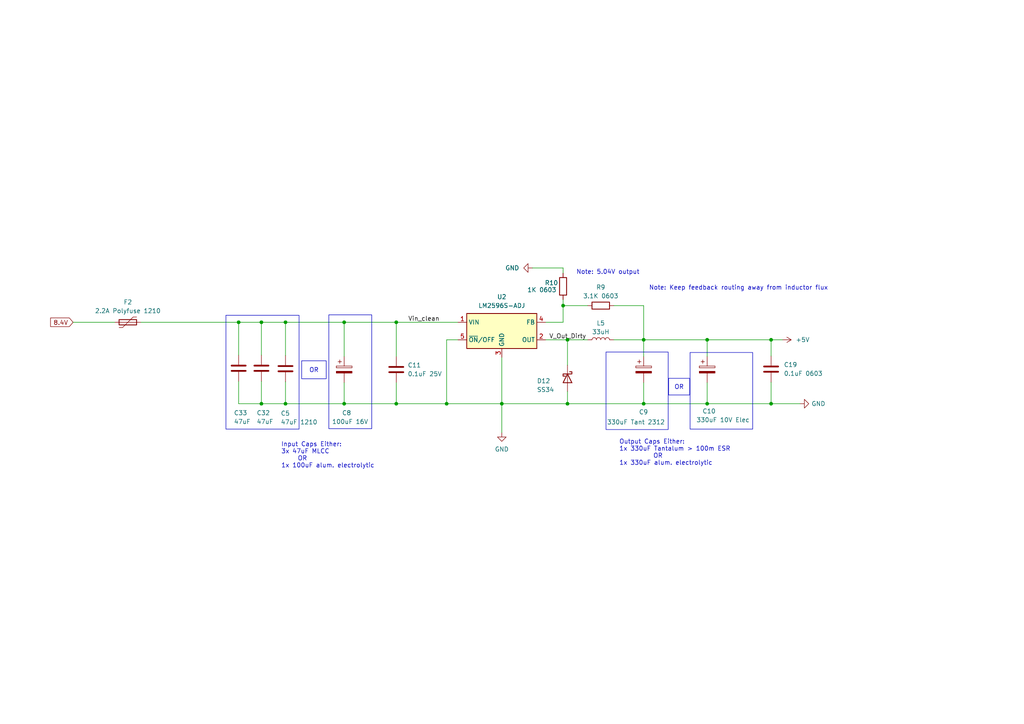
<source format=kicad_sch>
(kicad_sch (version 20230121) (generator eeschema)
  (paper "A4")
  (title_block (title "OpenActionCam") (date "2025-04-10") (rev "0.2") (company "KBader94") (comment 1 "https://github.com/kbader94/OpenActionCam"))
  (lib_symbols
    (symbol "Device:C" (pin_numbers hide) (pin_names (offset 0.254))
      (property "Reference" "C" (at 0.635 2.54 0))
      (property "Value" "C" (at 0.635 -2.54 0))
      (symbol "C_0_1"
        (polyline (pts (xy -2.032 -0.762) (xy 2.032 -0.762)) (stroke (width 0.508)))
        (polyline (pts (xy -2.032 0.762) (xy 2.032 0.762)) (stroke (width 0.508)))
      )
      (symbol "C_1_1"
        (pin passive line (at 0 3.81 270) (length 2.794) (name "~") (number "1"))
        (pin passive line (at 0 -3.81 90) (length 2.794) (name "~") (number "2"))
      )
    )
    (symbol "Device:C_Polarized" (pin_numbers hide) (pin_names (offset 0.254))
      (property "Reference" "C" (at 0.635 2.54 0))
      (property "Value" "C_Polarized" (at 0.635 -2.54 0))
      (symbol "C_Polarized_0_1"
        (rectangle (start -2.286 0.508) (end 2.286 1.016))
        (polyline (pts (xy -1.778 2.286) (xy -0.762 2.286)))
        (polyline (pts (xy -1.27 2.794) (xy -1.27 1.778)))
        (rectangle (start 2.286 -0.508) (end -2.286 -1.016) (fill (type outline)))
      )
      (symbol "C_Polarized_1_1"
        (pin passive line (at 0 3.81 270) (length 2.794) (name "~") (number "1"))
        (pin passive line (at 0 -3.81 90) (length 2.794) (name "~") (number "2"))
      )
    )
    (symbol "Device:D_Schottky" (pin_numbers hide) (pin_names (offset 1.016) hide)
      (property "Reference" "D" (at 0 2.54 0))
      (property "Value" "D_Schottky" (at 0 -2.54 0))
      (symbol "D_Schottky_0_1"
        (polyline (pts (xy 1.27 0) (xy -1.27 0)))
        (polyline (pts (xy 1.27 1.27) (xy 1.27 -1.27) (xy -1.27 0) (xy 1.27 1.27)) (stroke (width 0.254)))
        (polyline (pts (xy -1.905 0.635) (xy -1.905 1.27) (xy -1.27 1.27) (xy -1.27 -1.27) (xy -0.635 -1.27) (xy -0.635 -0.635)) (stroke (width 0.254)))
      )
      (symbol "D_Schottky_1_1"
        (pin passive line (at -3.81 0 0) (length 2.54) (name "K") (number "1"))
        (pin passive line (at 3.81 0 180) (length 2.54) (name "A") (number "2"))
      )
    )
    (symbol "Device:L" (pin_numbers hide) (pin_names (offset 1.016) hide)
      (property "Reference" "L" (at -1.27 0 90))
      (property "Value" "L" (at 1.905 0 90))
      (symbol "L_0_1"
        (arc (start 0 -2.54) (mid 0.6323 -1.905) (end 0 -1.27))
        (arc (start 0 -1.27) (mid 0.6323 -0.635) (end 0 0))
        (arc (start 0 0) (mid 0.6323 0.635) (end 0 1.27))
        (arc (start 0 1.27) (mid 0.6323 1.905) (end 0 2.54))
      )
      (symbol "L_1_1"
        (pin passive line (at 0 3.81 270) (length 1.27) (name "1") (number "1"))
        (pin passive line (at 0 -3.81 90) (length 1.27) (name "2") (number "2"))
      )
    )
    (symbol "Device:Polyfuse" (pin_numbers hide) (pin_names (offset 0))
      (property "Reference" "F" (at -2.54 0 90))
      (property "Value" "Polyfuse" (at 2.54 0 90))
      (symbol "Polyfuse_0_1"
        (rectangle (start -0.762 2.54) (end 0.762 -2.54) (stroke (width 0.254)))
        (polyline (pts (xy 0 2.54) (xy 0 -2.54)))
        (polyline (pts (xy -1.524 2.54) (xy -1.524 1.524) (xy 1.524 -1.524) (xy 1.524 -2.54)))
      )
      (symbol "Polyfuse_1_1"
        (pin passive line (at 0 3.81 270) (length 1.27) (name "~") (number "1"))
        (pin passive line (at 0 -3.81 90) (length 1.27) (name "~") (number "2"))
      )
    )
    (symbol "Device:R" (pin_numbers hide) (pin_names (offset 0))
      (property "Reference" "R" (at 2.032 0 90))
      (property "Value" "R" (at 0 0 90))
      (symbol "R_0_1"
        (rectangle (start -1.016 -2.54) (end 1.016 2.54) (stroke (width 0.254)))
      )
      (symbol "R_1_1"
        (pin passive line (at 0 3.81 270) (length 1.27) (name "~") (number "1"))
        (pin passive line (at 0 -3.81 90) (length 1.27) (name "~") (number "2"))
      )
    )
    (symbol "Regulator_Switching:LM2596S-ADJ"
      (property "Reference" "U" (at -10.16 6.35 0))
      (property "Value" "LM2596S-ADJ" (at 0 6.35 0))
      (symbol "LM2596S-ADJ_0_1"
        (rectangle (start -10.16 5.08) (end 10.16 -5.08) (stroke (width 0.254)) (fill (type background)))
      )
      (symbol "LM2596S-ADJ_1_1"
        (pin power_in line (at -12.7 2.54 0) (length 2.54) (name "VIN") (number "1"))
        (pin output line (at 12.7 -2.54 180) (length 2.54) (name "OUT") (number "2"))
        (pin power_in line (at 0 -7.62 90) (length 2.54) (name "GND") (number "3"))
        (pin input line (at 12.7 2.54 180) (length 2.54) (name "FB") (number "4"))
        (pin input line (at -12.7 -2.54 0) (length 2.54) (name "~{ON}/OFF") (number "5"))
      )
    )
    (symbol "power:+5V" (power) (pin_names (offset 0))
      (property "Value" "+5V" (at 0 3.556 0))
      (symbol "+5V_0_1"
        (polyline (pts (xy -0.762 1.27) (xy 0 2.54)))
        (polyline (pts (xy 0 0) (xy 0 2.54)))
        (polyline (pts (xy 0 2.54) (xy 0.762 1.27)))
      )
      (symbol "+5V_1_1"
        (pin power_in line (at 0 0 90) (length 0) hide (name "+5V") (number "1"))
      )
    )
    (symbol "power:GND" (power) (pin_names (offset 0))
      (property "Value" "GND" (at 0 -3.81 0))
      (symbol "GND_0_1"
        (polyline (pts (xy 0 0) (xy 0 -1.27) (xy 1.27 -1.27) (xy 0 -2.54) (xy -1.27 -1.27) (xy 0 -1.27)))
      )
      (symbol "GND_1_1"
        (pin power_in line (at 0 0 270) (length 0) hide (name "GND") (number "1"))
      )
    )
  )
  (junction (at 205.105 117.094))
  (junction (at 129.54 117.094))
  (junction (at 205.105 98.552))
  (junction (at 75.819 93.472))
  (junction (at 164.592 117.094))
  (junction (at 186.69 117.094))
  (junction (at 69.215 93.472))
  (junction (at 75.819 117.094))
  (junction (at 163.322 88.646))
  (junction (at 114.935 117.094))
  (junction (at 223.647 117.094))
  (junction (at 223.647 98.552))
  (junction (at 82.804 93.472))
  (junction (at 114.935 93.472))
  (junction (at 99.822 93.472))
  (junction (at 186.69 98.552))
  (junction (at 82.804 117.094))
  (junction (at 164.592 98.552))
  (junction (at 99.822 117.094))
  (junction (at 145.542 117.094))
  (wire (pts (xy 154.432 77.724) (xy 163.322 77.724)))
  (wire (pts (xy 158.242 98.552) (xy 164.592 98.552)))
  (wire (pts (xy 223.647 98.552) (xy 223.647 103.251)))
  (wire (pts (xy 164.592 113.538) (xy 164.592 117.094)))
  (wire (pts (xy 69.215 110.617) (xy 69.215 117.094)))
  (wire (pts (xy 186.69 110.998) (xy 186.69 117.094)))
  (wire (pts (xy 186.69 117.094) (xy 205.105 117.094)))
  (wire (pts (xy 163.322 77.724) (xy 163.322 79.248)))
  (wire (pts (xy 205.105 103.378) (xy 205.105 98.552)))
  (wire (pts (xy 163.322 88.646) (xy 163.322 86.868)))
  (wire (pts (xy 223.647 98.425) (xy 223.647 98.552)))
  (wire (pts (xy 82.804 117.094) (xy 99.822 117.094)))
  (wire (pts (xy 114.935 110.998) (xy 114.935 117.094)))
  (wire (pts (xy 99.822 103.378) (xy 99.822 93.472)))
  (wire (pts (xy 69.215 93.472) (xy 75.819 93.472)))
  (wire (pts (xy 205.105 110.998) (xy 205.105 117.094)))
  (wire (pts (xy 145.542 103.632) (xy 145.542 117.094)))
  (wire (pts (xy 99.822 93.472) (xy 114.935 93.472)))
  (wire (pts (xy 205.105 117.094) (xy 223.647 117.094)))
  (wire (pts (xy 82.804 103.124) (xy 82.804 93.472)))
  (wire (pts (xy 114.935 93.472) (xy 132.842 93.472)))
  (wire (pts (xy 132.842 98.552) (xy 129.54 98.552)))
  (wire (pts (xy 223.647 117.094) (xy 223.647 110.871)))
  (wire (pts (xy 163.322 93.472) (xy 158.242 93.472)))
  (wire (pts (xy 129.54 98.552) (xy 129.54 117.094)))
  (wire (pts (xy 164.592 98.552) (xy 164.592 105.918)))
  (wire (pts (xy 114.935 117.094) (xy 129.54 117.094)))
  (wire (pts (xy 75.819 110.617) (xy 75.819 117.094)))
  (wire (pts (xy 75.819 93.472) (xy 75.819 102.997)))
  (wire (pts (xy 164.592 117.094) (xy 145.542 117.094)))
  (wire (pts (xy 21.209 93.472) (xy 33.274 93.472)))
  (wire (pts (xy 69.215 93.472) (xy 69.215 102.997)))
  (wire (pts (xy 205.105 98.552) (xy 223.647 98.552)))
  (wire (pts (xy 186.69 103.378) (xy 186.69 98.552)))
  (wire (pts (xy 114.935 103.378) (xy 114.935 93.472)))
  (wire (pts (xy 223.647 98.552) (xy 226.949 98.552)))
  (wire (pts (xy 163.322 88.646) (xy 163.322 93.472)))
  (wire (pts (xy 186.69 98.552) (xy 186.69 88.646)))
  (wire (pts (xy 186.69 98.552) (xy 205.105 98.552)))
  (wire (pts (xy 186.69 98.552) (xy 178.054 98.552)))
  (wire (pts (xy 75.819 117.094) (xy 82.804 117.094)))
  (wire (pts (xy 170.434 98.552) (xy 164.592 98.552)))
  (wire (pts (xy 223.647 117.094) (xy 232.029 117.094)))
  (wire (pts (xy 40.894 93.472) (xy 69.215 93.472)))
  (wire (pts (xy 82.804 110.744) (xy 82.804 117.094)))
  (wire (pts (xy 129.54 117.094) (xy 145.542 117.094)))
  (wire (pts (xy 170.434 88.646) (xy 163.322 88.646)))
  (wire (pts (xy 75.819 93.472) (xy 82.804 93.472)))
  (wire (pts (xy 145.542 117.094) (xy 145.542 125.476)))
  (wire (pts (xy 69.215 117.094) (xy 75.819 117.094)))
  (wire (pts (xy 178.054 88.646) (xy 186.69 88.646)))
  (wire (pts (xy 82.804 93.472) (xy 99.822 93.472)))
  (wire (pts (xy 186.69 117.094) (xy 164.592 117.094)))
  (wire (pts (xy 99.822 110.998) (xy 99.822 117.094)))
  (wire (pts (xy 99.822 117.094) (xy 114.935 117.094)))
  (rectangle (start 65.532 91.44) (end 86.741 124.46))
  (rectangle (start 175.768 102.108) (end 193.802 124.587))
  (rectangle (start 200.152 102.235) (end 218.313 124.46))
  (rectangle (start 95.377 91.313) (end 107.823 124.333))
  (text_box "OR" (at 193.929 109.728 0) (size 6.096 4.826) (effects (font (size 1.27 1.27))))
  (text_box "OR" (at 87.503 104.648 0) (size 7.112 5.207) (effects (font (size 1.27 1.27))))
  (text "Note: 5.04V output\n" (at 167.132 79.756 0) (effects (font (size 1.27 1.27)) (justify left bottom)))
  (text "Input Caps Either:\n3x 47uF MLCC\n	OR\n1x 100uF alum. electrolytic" (at 81.534 135.89 0) (effects (font (size 1.27 1.27)) (justify left bottom)))
  (text "Output Caps Either:\n1x 330uF Tantalum > 100m ESR\n		OR\n1x 330uF alum. electrolytic\n" (at 179.578 135.128 0) (effects (font (size 1.27 1.27)) (justify left bottom)))
  (text "Note: Keep feedback routing away from inductor flux\n" (at 188.214 84.328 0) (effects (font (size 1.27 1.27)) (justify left bottom)))
  (label "Vin_clean" (at 118.364 93.472 0))
  (label "V_Out_Dirty" (at 159.258 98.552 0))
  (global_label "8.4V" (shape input) (at 21.209 93.472 180) (property "Intersheetrefs" "${INTERSHEET_REFS}" (effects hide)))
  (symbol (lib_id "Device:C_Polarized") (at 205.105 107.188 0) (unit 1)
    (property "Reference" "C10" (at 203.708 119.253 0) (effects (justify left)))
    (property "Value" "330uF 10V Elec" (at 201.93 121.793 0) (effects (justify left)))
    (property "Footprint" "Capacitor_SMD:C_Elec_6.3x7.7" (effects hide))
  )
  (symbol (lib_id "Device:C") (at 114.935 107.188 0) (unit 1)
    (property "Reference" "C11" (at 118.237 105.918 0) (effects (justify left)))
    (property "Value" "0.1uF 25V" (at 118.237 108.458 0) (effects (justify left)))
    (property "Footprint" "Capacitor_SMD:C_0603_1608Metric_Pad1.08x0.95mm_HandSolder" (effects hide))
  )
  (symbol (lib_id "Device:C") (at 82.804 106.934 0) (unit 1)
    (property "Reference" "C5" (at 81.407 119.888 0) (effects (justify left)))
    (property "Value" "47uF 1210" (at 81.407 122.428 0) (effects (justify left)))
    (property "Footprint" "Resistor_SMD:R_1210_3225Metric_Pad1.30x2.65mm_HandSolder" (effects hide))
  )
  (symbol (lib_id "power:GND") (at 145.542 125.476 0) (unit 1)
    (property "Reference" "#PWR023" (effects hide))
    (property "Value" "GND" (at 145.542 130.302 0))
  )
  (symbol (lib_id "Device:R") (at 163.322 83.058 0) (unit 1)
    (property "Reference" "R10" (at 157.988 82.042 0) (effects (justify left)))
    (property "Value" "1K 0603" (at 152.908 84.074 0) (effects (justify left)))
    (property "Footprint" "Resistor_SMD:R_0603_1608Metric_Pad0.98x0.95mm_HandSolder" (effects hide))
  )
  (symbol (lib_id "Device:C") (at 75.819 106.807 0) (unit 1)
    (property "Reference" "C32" (at 74.422 119.761 0) (effects (justify left)))
    (property "Value" "47uF" (at 74.422 122.301 0) (effects (justify left)))
    (property "Footprint" "Resistor_SMD:R_1210_3225Metric_Pad1.30x2.65mm_HandSolder" (effects hide))
  )
  (symbol (lib_id "Device:D_Schottky") (at 164.592 109.728 270) (unit 1)
    (property "Reference" "D12" (at 155.702 110.49 90) (effects (justify left)))
    (property "Value" "SS34" (at 155.702 113.03 90) (effects (justify left)))
    (property "Footprint" "Diode_SMD:D_SMA_Handsoldering" (effects hide))
  )
  (symbol (lib_id "Device:Polyfuse") (at 37.084 93.472 90) (unit 1)
    (property "Reference" "F2" (at 37.084 87.63 90))
    (property "Value" "2.2A Polyfuse 1210" (at 37.084 90.17 90))
    (property "Footprint" "Fuse:Fuse_1210_3225Metric_Pad1.42x2.65mm_HandSolder" (effects hide))
  )
  (symbol (lib_id "power:GND") (at 232.029 117.094 90) (unit 1)
    (property "Reference" "#PWR02" (effects hide))
    (property "Value" "GND" (at 235.331 117.094 90) (effects (justify right)))
  )
  (symbol (lib_id "Device:C") (at 69.215 106.807 0) (unit 1)
    (property "Reference" "C33" (at 67.818 119.761 0) (effects (justify left)))
    (property "Value" "47uF" (at 67.818 122.301 0) (effects (justify left)))
    (property "Footprint" "Resistor_SMD:R_1210_3225Metric_Pad1.30x2.65mm_HandSolder" (effects hide))
  )
  (symbol (lib_id "Regulator_Switching:LM2596S-ADJ") (at 145.542 96.012 0) (unit 1)
    (property "Reference" "U2" (at 145.542 86.106 0))
    (property "Value" "LM2596S-ADJ" (at 145.542 88.646 0))
    (property "Footprint" "Package_TO_SOT_SMD:TO-263-5_TabPin3" (effects hide))
    (property "Datasheet" "http://www.ti.com/lit/ds/symlink/lm2596.pdf" (effects hide))
  )
  (symbol (lib_id "Device:C") (at 223.647 107.061 0) (unit 1)
    (property "Reference" "C19" (at 227.33 105.791 0) (effects (justify left)))
    (property "Value" "0.1uF 0603" (at 227.33 108.331 0) (effects (justify left)))
    (property "Footprint" "Capacitor_SMD:C_0603_1608Metric_Pad1.08x0.95mm_HandSolder" (effects hide))
  )
  (symbol (lib_id "Device:C_Polarized") (at 186.69 107.188 0) (unit 1)
    (property "Reference" "C9" (at 185.293 119.507 0) (effects (justify left)))
    (property "Value" "330uF Tant 2312" (at 176.022 122.428 0) (effects (justify left)))
    (property "Footprint" "C _Tantalum - TAJC337K006RNJ:CAPPM6032X280N" (effects hide))
  )
  (symbol (lib_id "Device:L") (at 174.244 98.552 90) (unit 1)
    (property "Reference" "L5" (at 174.244 93.726 90))
    (property "Value" "33uH" (at 174.244 96.266 90))
    (property "Footprint" "Inductor -  125CDMCCDS 33uH:IND_125CDMCCDS-330MC" (effects hide))
  )
  (symbol (lib_id "power:+5V") (at 226.949 98.552 270) (unit 1)
    (property "Reference" "#PWR024" (effects hide))
    (property "Value" "+5V" (at 230.759 98.552 90) (effects (justify left)))
  )
  (symbol (lib_id "power:GND") (at 154.432 77.724 270) (unit 1)
    (property "Reference" "#PWR025" (effects hide))
    (property "Value" "GND" (at 150.622 77.724 90) (effects (justify right)))
  )
  (symbol (lib_id "Device:C_Polarized") (at 99.822 107.188 0) (unit 1)
    (property "Reference" "C8" (at 99.187 119.761 0) (effects (justify left)))
    (property "Value" "100uF 16V" (at 96.266 122.301 0) (effects (justify left)))
    (property "Footprint" "Capacitor_SMD:CP_Elec_6.3x7.7" (effects hide))
  )
  (symbol (lib_id "Device:R") (at 174.244 88.646 270) (unit 1)
    (property "Reference" "R9" (at 174.244 83.312 90))
    (property "Value" "3.1K 0603" (at 174.244 85.852 90))
    (property "Footprint" "Resistor_SMD:R_0603_1608Metric_Pad0.98x0.95mm_HandSolder" (effects hide))
  )
)
</source>
